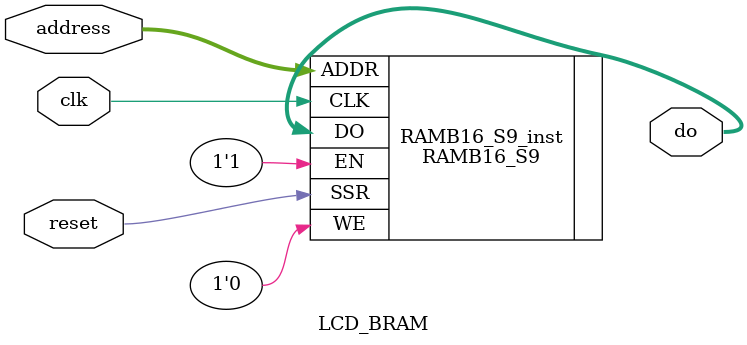
<source format=v>
module LCD_BRAM
(
	clk,
	reset,
	address,
	do
);

input clk;
input reset;
input [10:0] address;

output [7:0] do;

RAMB16_S9 #(
      .INIT(9'h000),  // Value of output RAM registers at startup
      .SRVAL(9'h000), // Output value upon SSR assertion
      .WRITE_MODE("WRITE_FIRST"), // WRITE_FIRST, READ_FIRST or NO_CHANGE

      // The forllowing INIT_xx declarations specify the initial contents of the RAM
      // Address 0 to 511
      .INIT_00(256'h1F_1E_1D_1C_1B_1A_19_18_17_16_15_14_13_12_11_10_0F_0E_0D_0C_0B_0A_09_08_07_06_05_04_03_02_01_00),
      .INIT_01(256'h00_00_00_00_00_00_00_00_00_00_00_00_00_00_00_00_00_00_00_00_00_00_00_00_00_00_00_00_00_00_00_00),
      .INIT_02(256'h00_00_00_00_00_00_00_00_00_00_00_00_00_00_00_00_00_00_00_00_00_00_00_00_00_00_00_00_00_00_00_00),
      .INIT_03(256'h00_00_00_00_00_00_00_00_00_00_00_00_00_00_00_00_00_00_00_00_00_00_00_00_00_00_00_00_00_00_00_00),
      .INIT_04(256'h00_00_00_00_00_00_00_00_00_00_00_00_00_00_00_00_00_00_00_00_00_00_00_00_00_00_00_00_00_00_00_00),
      .INIT_05(256'h00_00_00_00_00_00_00_00_00_00_00_00_00_00_00_00_00_00_00_00_00_00_00_00_00_00_00_00_00_00_00_00),
      .INIT_06(256'h00_00_00_00_00_00_00_00_00_00_00_00_00_00_00_00_00_00_00_00_00_00_00_00_00_00_00_00_00_00_00_00),
      .INIT_07(256'h00_00_00_00_00_00_00_00_00_00_00_00_00_00_00_00_00_00_00_00_00_00_00_00_00_00_00_00_00_00_00_00),
      .INIT_08(256'h00_00_00_00_00_00_00_00_00_00_00_00_00_00_00_00_00_00_00_00_00_00_00_00_00_00_00_00_00_00_00_00),
      .INIT_09(256'h00_00_00_00_00_00_00_00_00_00_00_00_00_00_00_00_00_00_00_00_00_00_00_00_00_00_00_00_00_00_00_00),
      .INIT_0A(256'h00_00_00_00_00_00_00_00_00_00_00_00_00_00_00_00_00_00_00_00_00_00_00_00_00_00_00_00_00_00_00_00),
      .INIT_0B(256'h00_00_00_00_00_00_00_00_00_00_00_00_00_00_00_00_00_00_00_00_00_00_00_00_00_00_00_00_00_00_00_00),
      .INIT_0C(256'h00_00_00_00_00_00_00_00_00_00_00_00_00_00_00_00_00_00_00_00_00_00_00_00_00_00_00_00_00_00_00_00),
      .INIT_0D(256'h00_00_00_00_00_00_00_00_00_00_00_00_00_00_00_00_00_00_00_00_00_00_00_00_00_00_00_00_00_00_00_00),
      .INIT_0E(256'h00_00_00_00_00_00_00_00_00_00_00_00_00_00_00_00_00_00_00_00_00_00_00_00_00_00_00_00_00_00_00_00),
      .INIT_0F(256'h00_00_00_00_00_00_00_00_00_00_00_00_00_00_00_00_00_00_00_00_00_00_00_00_00_00_00_00_00_00_00_00),
      // Address 512 to 1023
      .INIT_10(256'h00_00_00_00_00_00_00_00_00_00_00_00_00_00_00_00_00_00_00_00_00_00_00_00_00_00_00_00_00_00_00_00),
      .INIT_11(256'h00_00_00_00_00_00_00_00_00_00_00_00_00_00_00_00_00_00_00_00_00_00_00_00_00_00_00_00_00_00_00_00),
      .INIT_12(256'h00_00_00_00_00_00_00_00_00_00_00_00_00_00_00_00_00_00_00_00_00_00_00_00_00_00_00_00_00_00_00_00),
      .INIT_13(256'h00_00_00_00_00_00_00_00_00_00_00_00_00_00_00_00_00_00_00_00_00_00_00_00_00_00_00_00_00_00_00_00),
      .INIT_14(256'h00_00_00_00_00_00_00_00_00_00_00_00_00_00_00_00_00_00_00_00_00_00_00_00_00_00_00_00_00_00_00_00),
      .INIT_15(256'h00_00_00_00_00_00_00_00_00_00_00_00_00_00_00_00_00_00_00_00_00_00_00_00_00_00_00_00_00_00_00_00),
      .INIT_16(256'h00_00_00_00_00_00_00_00_00_00_00_00_00_00_00_00_00_00_00_00_00_00_00_00_00_00_00_00_00_00_00_00),
      .INIT_17(256'h00_00_00_00_00_00_00_00_00_00_00_00_00_00_00_00_00_00_00_00_00_00_00_00_00_00_00_00_00_00_00_00),
      .INIT_18(256'h00_00_00_00_00_00_00_00_00_00_00_00_00_00_00_00_00_00_00_00_00_00_00_00_00_00_00_00_00_00_00_00),
      .INIT_19(256'h00_00_00_00_00_00_00_00_00_00_00_00_00_00_00_00_00_00_00_00_00_00_00_00_00_00_00_00_00_00_00_00),
      .INIT_1A(256'h00_00_00_00_00_00_00_00_00_00_00_00_00_00_00_00_00_00_00_00_00_00_00_00_00_00_00_00_00_00_00_00),
      .INIT_1B(256'h00_00_00_00_00_00_00_00_00_00_00_00_00_00_00_00_00_00_00_00_00_00_00_00_00_00_00_00_00_00_00_00),
      .INIT_1C(256'h00_00_00_00_00_00_00_00_00_00_00_00_00_00_00_00_00_00_00_00_00_00_00_00_00_00_00_00_00_00_00_00),
      .INIT_1D(256'h00_00_00_00_00_00_00_00_00_00_00_00_00_00_00_00_00_00_00_00_00_00_00_00_00_00_00_00_00_00_00_00),
      .INIT_1E(256'h00_00_00_00_00_00_00_00_00_00_00_00_00_00_00_00_00_00_00_00_00_00_00_00_00_00_00_00_00_00_00_00),
      .INIT_1F(256'h00_00_00_00_00_00_00_00_00_00_00_00_00_00_00_00_00_00_00_00_00_00_00_00_00_00_00_00_00_00_00_00),
      // Address 1024 to 1535
      .INIT_20(256'h00_00_00_00_00_00_00_00_00_00_00_00_00_00_00_00_00_00_00_00_00_00_00_00_00_00_00_00_00_00_00_00),
      .INIT_21(256'h00_00_00_00_00_00_00_00_00_00_00_00_00_00_00_00_00_00_00_00_00_00_00_00_00_00_00_00_00_00_00_00),
      .INIT_22(256'h00_00_00_00_00_00_00_00_00_00_00_00_00_00_00_00_00_00_00_00_00_00_00_00_00_00_00_00_00_00_00_00),
      .INIT_23(256'h00_00_00_00_00_00_00_00_00_00_00_00_00_00_00_00_00_00_00_00_00_00_00_00_00_00_00_00_00_00_00_00),
      .INIT_24(256'h00_00_00_00_00_00_00_00_00_00_00_00_00_00_00_00_00_00_00_00_00_00_00_00_00_00_00_00_00_00_00_00),
      .INIT_25(256'h00_00_00_00_00_00_00_00_00_00_00_00_00_00_00_00_00_00_00_00_00_00_00_00_00_00_00_00_00_00_00_00),
      .INIT_26(256'h00_00_00_00_00_00_00_00_00_00_00_00_00_00_00_00_00_00_00_00_00_00_00_00_00_00_00_00_00_00_00_00),
      .INIT_27(256'h00_00_00_00_00_00_00_00_00_00_00_00_00_00_00_00_00_00_00_00_00_00_00_00_00_00_00_00_00_00_00_00),
      .INIT_28(256'h00_00_00_00_00_00_00_00_00_00_00_00_00_00_00_00_00_00_00_00_00_00_00_00_00_00_00_00_00_00_00_00),
      .INIT_29(256'h00_00_00_00_00_00_00_00_00_00_00_00_00_00_00_00_00_00_00_00_00_00_00_00_00_00_00_00_00_00_00_00),
      .INIT_2A(256'h00_00_00_00_00_00_00_00_00_00_00_00_00_00_00_00_00_00_00_00_00_00_00_00_00_00_00_00_00_00_00_00),
      .INIT_2B(256'h00_00_00_00_00_00_00_00_00_00_00_00_00_00_00_00_00_00_00_00_00_00_00_00_00_00_00_00_00_00_00_00),
      .INIT_2C(256'h00_00_00_00_00_00_00_00_00_00_00_00_00_00_00_00_00_00_00_00_00_00_00_00_00_00_00_00_00_00_00_00),
      .INIT_2D(256'h00_00_00_00_00_00_00_00_00_00_00_00_00_00_00_00_00_00_00_00_00_00_00_00_00_00_00_00_00_00_00_00),
      .INIT_2E(256'h00_00_00_00_00_00_00_00_00_00_00_00_00_00_00_00_00_00_00_00_00_00_00_00_00_00_00_00_00_00_00_00),
      .INIT_2F(256'h00_00_00_00_00_00_00_00_00_00_00_00_00_00_00_00_00_00_00_00_00_00_00_00_00_00_00_00_00_00_00_00),
      // Address 1536 to 2047
      .INIT_30(256'h00_00_00_00_00_00_00_00_00_00_00_00_00_00_00_00_00_00_00_00_00_00_00_00_00_00_00_00_00_00_00_00),
      .INIT_31(256'h00_00_00_00_00_00_00_00_00_00_00_00_00_00_00_00_00_00_00_00_00_00_00_00_00_00_00_00_00_00_00_00),
      .INIT_32(256'h00_00_00_00_00_00_00_00_00_00_00_00_00_00_00_00_00_00_00_00_00_00_00_00_00_00_00_00_00_00_00_00),
      .INIT_33(256'h00_00_00_00_00_00_00_00_00_00_00_00_00_00_00_00_00_00_00_00_00_00_00_00_00_00_00_00_00_00_00_00),
      .INIT_34(256'h00_00_00_00_00_00_00_00_00_00_00_00_00_00_00_00_00_00_00_00_00_00_00_00_00_00_00_00_00_00_00_00),
      .INIT_35(256'h00_00_00_00_00_00_00_00_00_00_00_00_00_00_00_00_00_00_00_00_00_00_00_00_00_00_00_00_00_00_00_00),
      .INIT_36(256'h00_00_00_00_00_00_00_00_00_00_00_00_00_00_00_00_00_00_00_00_00_00_00_00_00_00_00_00_00_00_00_00),
      .INIT_37(256'h00_00_00_00_00_00_00_00_00_00_00_00_00_00_00_00_00_00_00_00_00_00_00_00_00_00_00_00_00_00_00_00),
      .INIT_38(256'h00_00_00_00_00_00_00_00_00_00_00_00_00_00_00_00_00_00_00_00_00_00_00_00_00_00_00_00_00_00_00_00),
      .INIT_39(256'h00_00_00_00_00_00_00_00_00_00_00_00_00_00_00_00_00_00_00_00_00_00_00_00_00_00_00_00_00_00_00_00),
      .INIT_3A(256'h00_00_00_00_00_00_00_00_00_00_00_00_00_00_00_00_00_00_00_00_00_00_00_00_00_00_00_00_00_00_00_00),
      .INIT_3B(256'h00_00_00_00_00_00_00_00_00_00_00_00_00_00_00_00_00_00_00_00_00_00_00_00_00_00_00_00_00_00_00_00),
      .INIT_3C(256'h00_00_00_00_00_00_00_00_00_00_00_00_00_00_00_00_00_00_00_00_00_00_00_00_00_00_00_00_00_00_00_00),
      .INIT_3D(256'h00_00_00_00_00_00_00_00_00_00_00_00_00_00_00_00_00_00_00_00_00_00_00_00_00_00_00_00_00_00_00_00),
      .INIT_3E(256'h00_00_00_00_00_00_00_00_00_00_00_00_00_00_00_00_00_00_00_00_00_00_00_00_00_00_00_00_00_00_00_00),
      .INIT_3F(256'h00_00_00_00_00_00_00_00_00_00_00_00_00_00_00_00_00_00_00_00_00_00_00_00_00_00_00_00_00_00_00_00),

      // The next set of INITP_xx are for the parity bits
      // Address 0 to 511
      .INITP_00(256'h0000000000000000000000000000000000000000000000000000000000000000),
      .INITP_01(256'h0000000000000000000000000000000000000000000000000000000000000000),
      // Address 512 to 1023
      .INITP_02(256'h0000000000000000000000000000000000000000000000000000000000000000),
      .INITP_03(256'h0000000000000000000000000000000000000000000000000000000000000000),
      // Address 1024 to 1535
      .INITP_04(256'h0000000000000000000000000000000000000000000000000000000000000000),
      .INITP_05(256'h0000000000000000000000000000000000000000000000000000000000000000),
      // Address 1536 to 2047
      .INITP_06(256'h0000000000000000000000000000000000000000000000000000000000000000),
      .INITP_07(256'h0000000000000000000000000000000000000000000000000000000000000000)
   ) RAMB16_S9_inst (
      .DO( do ),      // 8-bit Data Output
      .ADDR( address ),  // 11-bit Address Input
      .CLK( clk ),    // Clock
      .EN( 1'b1 ),      // RAM Enable Input
      .SSR( reset ),    // Synchronous Set/Reset Input
      .WE( 1'b0 )       // Write Enable Input
   );

endmodule
</source>
